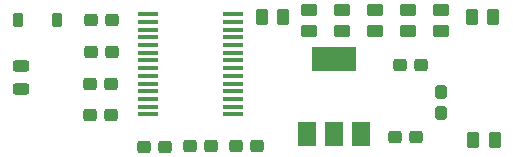
<source format=gbr>
%TF.GenerationSoftware,KiCad,Pcbnew,7.0.10*%
%TF.CreationDate,2024-02-19T12:28:25+05:30*%
%TF.ProjectId,ArduinoNano _Rudra_2021eeb1208,41726475-696e-46f4-9e61-6e6f205f5275,rev?*%
%TF.SameCoordinates,Original*%
%TF.FileFunction,Paste,Bot*%
%TF.FilePolarity,Positive*%
%FSLAX46Y46*%
G04 Gerber Fmt 4.6, Leading zero omitted, Abs format (unit mm)*
G04 Created by KiCad (PCBNEW 7.0.10) date 2024-02-19 12:28:25*
%MOMM*%
%LPD*%
G01*
G04 APERTURE LIST*
G04 Aperture macros list*
%AMRoundRect*
0 Rectangle with rounded corners*
0 $1 Rounding radius*
0 $2 $3 $4 $5 $6 $7 $8 $9 X,Y pos of 4 corners*
0 Add a 4 corners polygon primitive as box body*
4,1,4,$2,$3,$4,$5,$6,$7,$8,$9,$2,$3,0*
0 Add four circle primitives for the rounded corners*
1,1,$1+$1,$2,$3*
1,1,$1+$1,$4,$5*
1,1,$1+$1,$6,$7*
1,1,$1+$1,$8,$9*
0 Add four rect primitives between the rounded corners*
20,1,$1+$1,$2,$3,$4,$5,0*
20,1,$1+$1,$4,$5,$6,$7,0*
20,1,$1+$1,$6,$7,$8,$9,0*
20,1,$1+$1,$8,$9,$2,$3,0*%
G04 Aperture macros list end*
%ADD10R,1.500000X2.000000*%
%ADD11R,3.800000X2.000000*%
%ADD12RoundRect,0.250000X-0.275000X0.312500X-0.275000X-0.312500X0.275000X-0.312500X0.275000X0.312500X0*%
%ADD13RoundRect,0.250000X0.312500X0.275000X-0.312500X0.275000X-0.312500X-0.275000X0.312500X-0.275000X0*%
%ADD14RoundRect,0.250000X-0.312500X-0.275000X0.312500X-0.275000X0.312500X0.275000X-0.312500X0.275000X0*%
%ADD15RoundRect,0.243750X0.456250X-0.243750X0.456250X0.243750X-0.456250X0.243750X-0.456250X-0.243750X0*%
%ADD16RoundRect,0.250000X-0.450000X0.262500X-0.450000X-0.262500X0.450000X-0.262500X0.450000X0.262500X0*%
%ADD17RoundRect,0.225000X0.225000X0.375000X-0.225000X0.375000X-0.225000X-0.375000X0.225000X-0.375000X0*%
%ADD18R,1.750000X0.450000*%
%ADD19RoundRect,0.250000X-0.262500X-0.450000X0.262500X-0.450000X0.262500X0.450000X-0.262500X0.450000X0*%
%ADD20RoundRect,0.250000X0.262500X0.450000X-0.262500X0.450000X-0.262500X-0.450000X0.262500X-0.450000X0*%
G04 APERTURE END LIST*
D10*
%TO.C,REG1*%
X91352000Y-110694000D03*
X89052000Y-110694000D03*
D11*
X89052000Y-104394000D03*
D10*
X86752000Y-110694000D03*
%TD*%
D12*
%TO.C,C9*%
X98090000Y-107145000D03*
X98090000Y-108920000D03*
%TD*%
D13*
%TO.C,C3*%
X70229500Y-101030000D03*
X68454500Y-101030000D03*
%TD*%
%TO.C,C7*%
X74705000Y-111810000D03*
X72930000Y-111810000D03*
%TD*%
D14*
%TO.C,C2*%
X68437500Y-103800000D03*
X70212500Y-103800000D03*
%TD*%
D13*
%TO.C,C4*%
X94180000Y-110970000D03*
X95955000Y-110970000D03*
%TD*%
%TO.C,C10*%
X78615000Y-111750000D03*
X76840000Y-111750000D03*
%TD*%
D15*
%TO.C,VREG1*%
X62484000Y-106855500D03*
X62484000Y-104980500D03*
%TD*%
D16*
%TO.C,RP1D1*%
X86868000Y-100179500D03*
X86868000Y-102004500D03*
%TD*%
D13*
%TO.C,C5*%
X70137500Y-109100000D03*
X68362500Y-109100000D03*
%TD*%
D16*
%TO.C,RP2C1*%
X95250000Y-100179500D03*
X95250000Y-102004500D03*
%TD*%
%TO.C,RP2A1*%
X89662000Y-100179500D03*
X89662000Y-102004500D03*
%TD*%
D17*
%TO.C,D1*%
X65530000Y-101092000D03*
X62230000Y-101092000D03*
%TD*%
D16*
%TO.C,RP2B1*%
X92456000Y-100179500D03*
X92456000Y-102004500D03*
%TD*%
D13*
%TO.C,C1*%
X96350000Y-104830000D03*
X94575000Y-104830000D03*
%TD*%
D18*
%TO.C,USB1*%
X73310000Y-109030000D03*
X73310000Y-108380000D03*
X73310000Y-107730000D03*
X73310000Y-107080000D03*
X73310000Y-106430000D03*
X73310000Y-105780000D03*
X73310000Y-105130000D03*
X73310000Y-104480000D03*
X73310000Y-103830000D03*
X73310000Y-103180000D03*
X73310000Y-102530000D03*
X73310000Y-101880000D03*
X73310000Y-101230000D03*
X73310000Y-100580000D03*
X80510000Y-100580000D03*
X80510000Y-101230000D03*
X80510000Y-101880000D03*
X80510000Y-102530000D03*
X80510000Y-103180000D03*
X80510000Y-103830000D03*
X80510000Y-104480000D03*
X80510000Y-105130000D03*
X80510000Y-105780000D03*
X80510000Y-106430000D03*
X80510000Y-107080000D03*
X80510000Y-107730000D03*
X80510000Y-108380000D03*
X80510000Y-109030000D03*
%TD*%
D13*
%TO.C,C8*%
X80700000Y-111750000D03*
X82475000Y-111750000D03*
%TD*%
%TO.C,C6*%
X70162500Y-106500000D03*
X68387500Y-106500000D03*
%TD*%
D16*
%TO.C,RP1C1*%
X98044000Y-100179500D03*
X98044000Y-102004500D03*
%TD*%
D19*
%TO.C,RP2D1*%
X100791000Y-111252000D03*
X102616000Y-111252000D03*
%TD*%
D20*
%TO.C,RP1B1*%
X84732500Y-100838000D03*
X82907500Y-100838000D03*
%TD*%
D19*
%TO.C,RP1A1*%
X100687500Y-100838000D03*
X102512500Y-100838000D03*
%TD*%
M02*

</source>
